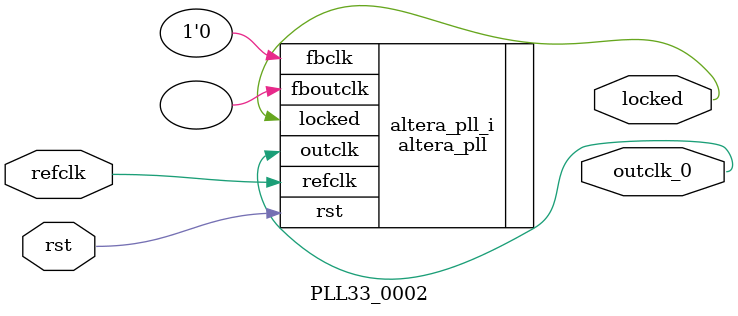
<source format=v>
`timescale 1ns/10ps
module  PLL33_0002(

	// interface 'refclk'
	input wire refclk,

	// interface 'reset'
	input wire rst,

	// interface 'outclk0'
	output wire outclk_0,

	// interface 'locked'
	output wire locked
);

	altera_pll #(
		.fractional_vco_multiplier("false"),
		.reference_clock_frequency("50.0 MHz"),
		.operation_mode("direct"),
		.number_of_clocks(1),
		.output_clock_frequency0("33.000000 MHz"),
		.phase_shift0("0 ps"),
		.duty_cycle0(50),
		.output_clock_frequency1("0 MHz"),
		.phase_shift1("0 ps"),
		.duty_cycle1(50),
		.output_clock_frequency2("0 MHz"),
		.phase_shift2("0 ps"),
		.duty_cycle2(50),
		.output_clock_frequency3("0 MHz"),
		.phase_shift3("0 ps"),
		.duty_cycle3(50),
		.output_clock_frequency4("0 MHz"),
		.phase_shift4("0 ps"),
		.duty_cycle4(50),
		.output_clock_frequency5("0 MHz"),
		.phase_shift5("0 ps"),
		.duty_cycle5(50),
		.output_clock_frequency6("0 MHz"),
		.phase_shift6("0 ps"),
		.duty_cycle6(50),
		.output_clock_frequency7("0 MHz"),
		.phase_shift7("0 ps"),
		.duty_cycle7(50),
		.output_clock_frequency8("0 MHz"),
		.phase_shift8("0 ps"),
		.duty_cycle8(50),
		.output_clock_frequency9("0 MHz"),
		.phase_shift9("0 ps"),
		.duty_cycle9(50),
		.output_clock_frequency10("0 MHz"),
		.phase_shift10("0 ps"),
		.duty_cycle10(50),
		.output_clock_frequency11("0 MHz"),
		.phase_shift11("0 ps"),
		.duty_cycle11(50),
		.output_clock_frequency12("0 MHz"),
		.phase_shift12("0 ps"),
		.duty_cycle12(50),
		.output_clock_frequency13("0 MHz"),
		.phase_shift13("0 ps"),
		.duty_cycle13(50),
		.output_clock_frequency14("0 MHz"),
		.phase_shift14("0 ps"),
		.duty_cycle14(50),
		.output_clock_frequency15("0 MHz"),
		.phase_shift15("0 ps"),
		.duty_cycle15(50),
		.output_clock_frequency16("0 MHz"),
		.phase_shift16("0 ps"),
		.duty_cycle16(50),
		.output_clock_frequency17("0 MHz"),
		.phase_shift17("0 ps"),
		.duty_cycle17(50),
		.pll_type("General"),
		.pll_subtype("General")
	) altera_pll_i (
		.rst	(rst),
		.outclk	({outclk_0}),
		.locked	(locked),
		.fboutclk	( ),
		.fbclk	(1'b0),
		.refclk	(refclk)
	);
endmodule


</source>
